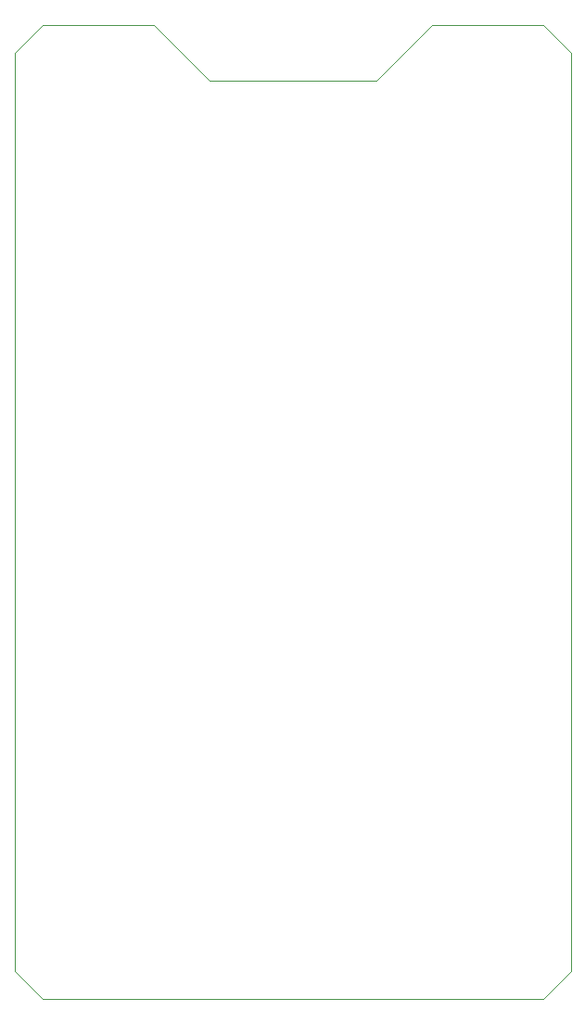
<source format=gm1>
G04 #@! TF.GenerationSoftware,KiCad,Pcbnew,(6.0.7)*
G04 #@! TF.CreationDate,2022-11-06T18:43:16-05:00*
G04 #@! TF.ProjectId,MDR_Breakout_Board,4d44525f-4272-4656-916b-6f75745f426f,rev?*
G04 #@! TF.SameCoordinates,Original*
G04 #@! TF.FileFunction,Profile,NP*
%FSLAX46Y46*%
G04 Gerber Fmt 4.6, Leading zero omitted, Abs format (unit mm)*
G04 Created by KiCad (PCBNEW (6.0.7)) date 2022-11-06 18:43:16*
%MOMM*%
%LPD*%
G01*
G04 APERTURE LIST*
G04 #@! TA.AperFunction,Profile*
%ADD10C,0.100000*%
G04 #@! TD*
G04 APERTURE END LIST*
D10*
X142240000Y-147320000D02*
X139700000Y-147320000D01*
X137160000Y-142240000D02*
X137160000Y-63500000D01*
X185420000Y-147320000D02*
X187960000Y-144780000D01*
X142240000Y-147320000D02*
X182880000Y-147320000D01*
X137160000Y-63500000D02*
X137160000Y-60960000D01*
X187960000Y-63500000D02*
X187960000Y-60960000D01*
X139700000Y-147320000D02*
X137160000Y-144780000D01*
X142240000Y-58420000D02*
X149860000Y-58420000D01*
X170180000Y-63500000D02*
X175260000Y-58420000D01*
X187960000Y-63500000D02*
X187960000Y-142240000D01*
X154940000Y-63500000D02*
X149860000Y-58420000D01*
X175260000Y-58420000D02*
X182880000Y-58420000D01*
X185420000Y-58420000D02*
X182880000Y-58420000D01*
X182880000Y-147320000D02*
X185420000Y-147320000D01*
X187960000Y-60960000D02*
X185420000Y-58420000D01*
X187960000Y-144780000D02*
X187960000Y-142240000D01*
X137160000Y-60960000D02*
X139700000Y-58420000D01*
X139700000Y-58420000D02*
X142240000Y-58420000D01*
X137160000Y-144780000D02*
X137160000Y-142240000D01*
X154940000Y-63500000D02*
X170180000Y-63500000D01*
M02*

</source>
